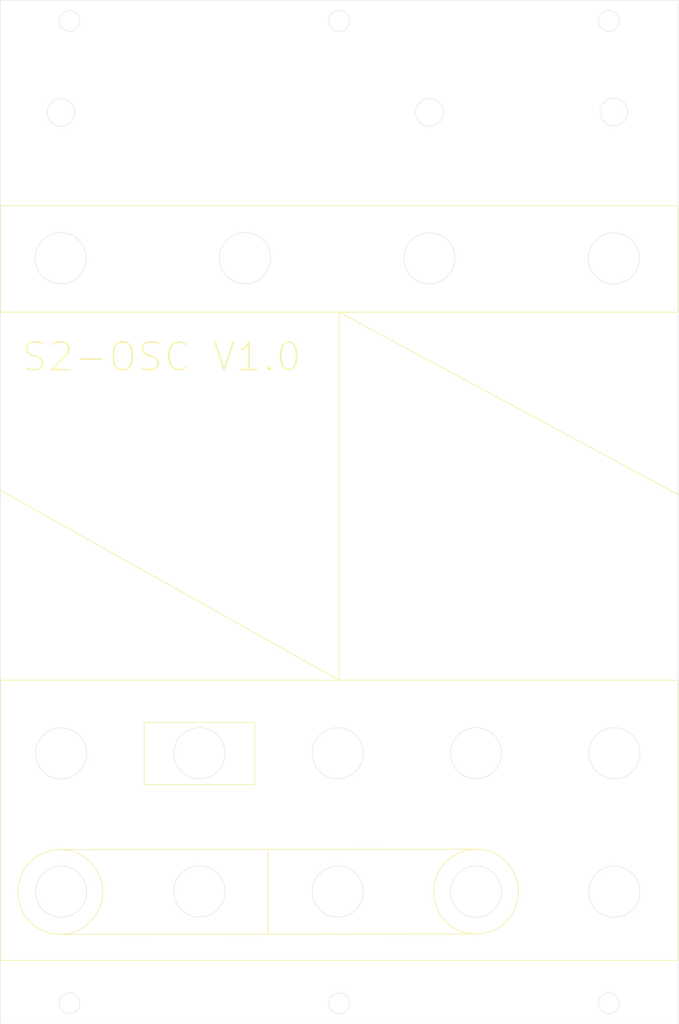
<source format=kicad_pcb>
(kicad_pcb
	(version 20240108)
	(generator "pcbnew")
	(generator_version "8.0")
	(general
		(thickness 1.6)
		(legacy_teardrops no)
	)
	(paper "A4")
	(layers
		(0 "F.Cu" signal)
		(31 "B.Cu" signal)
		(32 "B.Adhes" user "B.Adhesive")
		(33 "F.Adhes" user "F.Adhesive")
		(34 "B.Paste" user)
		(35 "F.Paste" user)
		(36 "B.SilkS" user "B.Silkscreen")
		(37 "F.SilkS" user "F.Silkscreen")
		(38 "B.Mask" user)
		(39 "F.Mask" user)
		(40 "Dwgs.User" user "User.Drawings")
		(41 "Cmts.User" user "User.Comments")
		(42 "Eco1.User" user "User.Eco1")
		(43 "Eco2.User" user "User.Eco2")
		(44 "Edge.Cuts" user)
		(45 "Margin" user)
		(46 "B.CrtYd" user "B.Courtyard")
		(47 "F.CrtYd" user "F.Courtyard")
		(48 "B.Fab" user)
		(49 "F.Fab" user)
		(50 "User.1" user)
		(51 "User.2" user)
		(52 "User.3" user)
		(53 "User.4" user)
		(54 "User.5" user)
		(55 "User.6" user)
		(56 "User.7" user)
		(57 "User.8" user)
		(58 "User.9" user)
	)
	(setup
		(pad_to_mask_clearance 0)
		(allow_soldermask_bridges_in_footprints no)
		(pcbplotparams
			(layerselection 0x00010fc_ffffffff)
			(plot_on_all_layers_selection 0x0000000_00000000)
			(disableapertmacros no)
			(usegerberextensions no)
			(usegerberattributes yes)
			(usegerberadvancedattributes yes)
			(creategerberjobfile yes)
			(dashed_line_dash_ratio 12.000000)
			(dashed_line_gap_ratio 3.000000)
			(svgprecision 4)
			(plotframeref no)
			(viasonmask no)
			(mode 1)
			(useauxorigin no)
			(hpglpennumber 1)
			(hpglpenspeed 20)
			(hpglpendiameter 15.000000)
			(pdf_front_fp_property_popups yes)
			(pdf_back_fp_property_popups yes)
			(dxfpolygonmode yes)
			(dxfimperialunits yes)
			(dxfusepcbnewfont yes)
			(psnegative no)
			(psa4output no)
			(plotreference yes)
			(plotvalue yes)
			(plotfptext yes)
			(plotinvisibletext no)
			(sketchpadsonfab no)
			(subtractmaskfromsilk no)
			(outputformat 1)
			(mirror no)
			(drillshape 1)
			(scaleselection 1)
			(outputdirectory "")
		)
	)
	(net 0 "")
	(gr_line
		(start 88.737628 157.650256)
		(end 88.737628 169.899744)
		(stroke
			(width 0.1)
			(type default)
		)
		(layer "F.SilkS")
		(uuid "08335e17-5c34-4bb6-9e30-982ee3338e69")
	)
	(gr_rect
		(start 50 133.2)
		(end 148 173.7)
		(stroke
			(width 0.1)
			(type default)
		)
		(fill none)
		(layer "F.SilkS")
		(uuid "09297d13-2263-4768-9764-4bce568d63a8")
	)
	(gr_rect
		(start 50 64.6)
		(end 148 80)
		(stroke
			(width 0.1)
			(type default)
		)
		(fill none)
		(layer "F.SilkS")
		(uuid "12a3e449-27df-4dd8-b2b1-c2679870513e")
	)
	(gr_line
		(start 99 80)
		(end 148.1 106.4)
		(stroke
			(width 0.1)
			(type default)
		)
		(layer "F.SilkS")
		(uuid "208db3be-35a5-4c35-9fcd-5c82f289c0d4")
	)
	(gr_line
		(start 99 133.2)
		(end 99 80)
		(stroke
			(width 0.1)
			(type default)
		)
		(layer "F.SilkS")
		(uuid "4aa69b5d-964c-41dc-b23a-ec049f9550ae")
	)
	(gr_line
		(start 50.1 105.8)
		(end 99 133.2)
		(stroke
			(width 0.1)
			(type default)
		)
		(layer "F.SilkS")
		(uuid "4c47dd42-9a02-42b9-a246-e81b92b6c2e6")
	)
	(gr_line
		(start 118.8 157.625256)
		(end 58.675256 157.675256)
		(stroke
			(width 0.1)
			(type default)
		)
		(layer "F.SilkS")
		(uuid "8277cc85-0c02-4396-99b7-16565898e82e")
	)
	(gr_circle
		(center 118.8 163.75)
		(end 124.9 163.2)
		(stroke
			(width 0.1)
			(type default)
		)
		(fill none)
		(layer "F.SilkS")
		(uuid "a4a995d4-f8d2-4eb0-9210-a6db81d2b3b3")
	)
	(gr_rect
		(start 70.8 139.3)
		(end 86.8 148.3)
		(stroke
			(width 0.1)
			(type default)
		)
		(fill none)
		(layer "F.SilkS")
		(uuid "a70eab3e-436a-480a-a1e0-078068c978c4")
	)
	(gr_line
		(start 58.675256 169.924744)
		(end 118.8 169.874744)
		(stroke
			(width 0.1)
			(type default)
		)
		(layer "F.SilkS")
		(uuid "abad12d8-5c8b-4077-8e55-d1b91aa97228")
	)
	(gr_circle
		(center 58.675256 163.8)
		(end 64.775256 163.25)
		(stroke
			(width 0.1)
			(type default)
		)
		(fill none)
		(layer "F.SilkS")
		(uuid "c34aa459-2b7c-4e6f-ac94-8c75d15e5556")
	)
	(gr_circle
		(center 78.79 143.76)
		(end 82.49 143.76)
		(stroke
			(width 0.05)
			(type default)
		)
		(fill none)
		(layer "Edge.Cuts")
		(uuid "0f35ec77-0cda-4872-ad8a-a56fa8cbf5d8")
	)
	(gr_circle
		(center 138.71 51.06)
		(end 140.71 51.06)
		(stroke
			(width 0.05)
			(type default)
		)
		(fill none)
		(layer "Edge.Cuts")
		(uuid "112f047d-eeef-43c7-b0e4-7142991ae458")
	)
	(gr_circle
		(center 98.8 163.75)
		(end 102.5 163.75)
		(stroke
			(width 0.05)
			(type default)
		)
		(fill none)
		(layer "Edge.Cuts")
		(uuid "13130805-d849-46a6-8e77-3c13a31d52cf")
	)
	(gr_circle
		(center 112.06 51.12)
		(end 114.06 51.12)
		(stroke
			(width 0.05)
			(type default)
		)
		(fill none)
		(layer "Edge.Cuts")
		(uuid "27f6a983-0f43-432a-94c2-bc3b83f13752")
	)
	(gr_circle
		(center 58.73 72.2)
		(end 62.43 72.2)
		(stroke
			(width 0.05)
			(type default)
		)
		(fill none)
		(layer "Edge.Cuts")
		(uuid "2f446aae-0f52-45f7-a3d3-fd12c2876885")
	)
	(gr_circle
		(center 138.78 163.77)
		(end 142.48 163.77)
		(stroke
			(width 0.05)
			(type default)
		)
		(fill none)
		(layer "Edge.Cuts")
		(uuid "2f7f7f02-1216-4e45-b6de-b1de045c51e7")
	)
	(gr_circle
		(center 85.38 72.19)
		(end 89.08 72.19)
		(stroke
			(width 0.05)
			(type default)
		)
		(fill none)
		(layer "Edge.Cuts")
		(uuid "31f19783-8802-4ee1-9287-8dc12e81c7fd")
	)
	(gr_circle
		(center 99 179.9)
		(end 100.5 179.9)
		(stroke
			(width 0.05)
			(type default)
		)
		(fill none)
		(layer "Edge.Cuts")
		(uuid "324b86e8-4f03-4036-a327-d493784865ef")
	)
	(gr_circle
		(center 138.71 72.23)
		(end 142.41 72.23)
		(stroke
			(width 0.05)
			(type default)
		)
		(fill none)
		(layer "Edge.Cuts")
		(uuid "55d2b412-24c2-4eb5-b466-64c99022694e")
	)
	(gr_circle
		(center 138 179.9)
		(end 139.5 179.9)
		(stroke
			(width 0.05)
			(type default)
		)
		(fill none)
		(layer "Edge.Cuts")
		(uuid "5cf65d74-6188-42f1-b6c0-4c86f16bfbef")
	)
	(gr_circle
		(center 112.04 72.21)
		(end 115.74 72.21)
		(stroke
			(width 0.05)
			(type default)
		)
		(fill none)
		(layer "Edge.Cuts")
		(uuid "79a01fee-019b-4803-9027-07424aa81138")
	)
	(gr_circle
		(center 98.79 143.77)
		(end 102.49 143.77)
		(stroke
			(width 0.05)
			(type default)
		)
		(fill none)
		(layer "Edge.Cuts")
		(uuid "7c4ff62d-9155-458c-b433-1d5f1e10d154")
	)
	(gr_circle
		(center 60 37.9)
		(end 61.5 37.9)
		(stroke
			(width 0.05)
			(type default)
		)
		(fill none)
		(layer "Edge.Cuts")
		(uuid "88267ae2-a280-4607-9089-c6bd13ae11b5")
	)
	(gr_circle
		(center 118.79 143.75)
		(end 122.49 143.75)
		(stroke
			(width 0.05)
			(type default)
		)
		(fill none)
		(layer "Edge.Cuts")
		(uuid "8da45731-d8e0-4f1b-8dc2-902c7e9fc9a9")
	)
	(gr_circle
		(center 60 179.9)
		(end 61.5 179.9)
		(stroke
			(width 0.05)
			(type default)
		)
		(fill none)
		(layer "Edge.Cuts")
		(uuid "9f2392b6-066d-4766-98d7-69ddae3e82e4")
	)
	(gr_circle
		(center 138 37.9)
		(end 139.5 37.9)
		(stroke
			(width 0.05)
			(type default)
		)
		(fill none)
		(layer "Edge.Cuts")
		(uuid "a038e512-c110-46da-8c58-6c1f237060ea")
	)
	(gr_circle
		(center 78.78 163.74)
		(end 82.48 163.74)
		(stroke
			(width 0.05)
			(type default)
		)
		(fill none)
		(layer "Edge.Cuts")
		(uuid "ab458441-7f95-4970-b03f-0b4667294b12")
	)
	(gr_circle
		(center 118.78 163.76)
		(end 122.48 163.76)
		(stroke
			(width 0.05)
			(type default)
		)
		(fill none)
		(layer "Edge.Cuts")
		(uuid "b9ba55e0-fd31-4386-a8b3-bede1497bb92")
	)
	(gr_circle
		(center 58.77 51.14)
		(end 60.77 51.14)
		(stroke
			(width 0.05)
			(type default)
		)
		(fill none)
		(layer "Edge.Cuts")
		(uuid "baec6139-8876-4134-a605-0b18e5b72423")
	)
	(gr_circle
		(center 99 37.9)
		(end 100.5 37.9)
		(stroke
			(width 0.05)
			(type default)
		)
		(fill none)
		(layer "Edge.Cuts")
		(uuid "c1565a57-6306-4780-aaad-2c73ede83fe0")
	)
	(gr_circle
		(center 138.81 143.76)
		(end 142.51 143.76)
		(stroke
			(width 0.05)
			(type default)
		)
		(fill none)
		(layer "Edge.Cuts")
		(uuid "e313b9fb-a645-4878-9d8d-475258627d19")
	)
	(gr_rect
		(start 50 34.9)
		(end 148 182.9)
		(stroke
			(width 0.05)
			(type default)
		)
		(fill none)
		(layer "Edge.Cuts")
		(uuid "e6da8cbc-3ef5-453b-a1d4-18f4285fa07b")
	)
	(gr_circle
		(center 58.78 163.76)
		(end 62.48 163.76)
		(stroke
			(width 0.05)
			(type default)
		)
		(fill none)
		(layer "Edge.Cuts")
		(uuid "e995ff19-175d-4fde-bcbb-15a9c21a4462")
	)
	(gr_circle
		(center 58.79 143.77)
		(end 62.49 143.77)
		(stroke
			(width 0.05)
			(type default)
		)
		(fill none)
		(layer "Edge.Cuts")
		(uuid "f843be47-3347-43e1-9089-a92e01c9ae47")
	)
	(gr_text "S2-OSC V1.0"
		(at 52.9 88.8 0)
		(layer "F.SilkS")
		(uuid "5b23b918-e9b0-4454-b103-fd06ae9c31f7")
		(effects
			(font
				(size 4 4)
				(thickness 0.2)
			)
			(justify left bottom)
		)
	)
	(group ""
		(uuid "01aa1fd8-0ee8-478f-9750-6daccce6581a")
		(members "08335e17-5c34-4bb6-9e30-982ee3338e69" "09297d13-2263-4768-9764-4bce568d63a8"
			"12a3e449-27df-4dd8-b2b1-c2679870513e" "208db3be-35a5-4c35-9fcd-5c82f289c0d4"
			"42a0cad4-2820-4883-a1a9-890f1e39ef6c" "4aa69b5d-964c-41dc-b23a-ec049f9550ae"
			"4c47dd42-9a02-42b9-a246-e81b92b6c2e6" "5b23b918-e9b0-4454-b103-fd06ae9c31f7"
			"8277cc85-0c02-4396-99b7-16565898e82e" "a4a995d4-f8d2-4eb0-9210-a6db81d2b3b3"
			"a70eab3e-436a-480a-a1e0-078068c978c4" "abad12d8-5c8b-4077-8e55-d1b91aa97228"
			"c34aa459-2b7c-4e6f-ac94-8c75d15e5556"
		)
	)
	(group ""
		(uuid "42a0cad4-2820-4883-a1a9-890f1e39ef6c")
		(members "0f35ec77-0cda-4872-ad8a-a56fa8cbf5d8" "112f047d-eeef-43c7-b0e4-7142991ae458"
			"13130805-d849-46a6-8e77-3c13a31d52cf" "27f6a983-0f43-432a-94c2-bc3b83f13752"
			"2f446aae-0f52-45f7-a3d3-fd12c2876885" "2f7f7f02-1216-4e45-b6de-b1de045c51e7"
			"31f19783-8802-4ee1-9287-8dc12e81c7fd" "324b86e8-4f03-4036-a327-d493784865ef"
			"55d2b412-24c2-4eb5-b466-64c99022694e" "5cf65d74-6188-42f1-b6c0-4c86f16bfbef"
			"79a01fee-019b-4803-9027-07424aa81138" "7c4ff62d-9155-458c-b433-1d5f1e10d154"
			"88267ae2-a280-4607-9089-c6bd13ae11b5" "8da45731-d8e0-4f1b-8dc2-902c7e9fc9a9"
			"9f2392b6-066d-4766-98d7-69ddae3e82e4" "a038e512-c110-46da-8c58-6c1f237060ea"
			"ab458441-7f95-4970-b03f-0b4667294b12" "b9ba55e0-fd31-4386-a8b3-bede1497bb92"
			"baec6139-8876-4134-a605-0b18e5b72423" "c1565a57-6306-4780-aaad-2c73ede83fe0"
			"e313b9fb-a645-4878-9d8d-475258627d19" "e6da8cbc-3ef5-453b-a1d4-18f4285fa07b"
			"e995ff19-175d-4fde-bcbb-15a9c21a4462" "f843be47-3347-43e1-9089-a92e01c9ae47"
		)
	)
)

</source>
